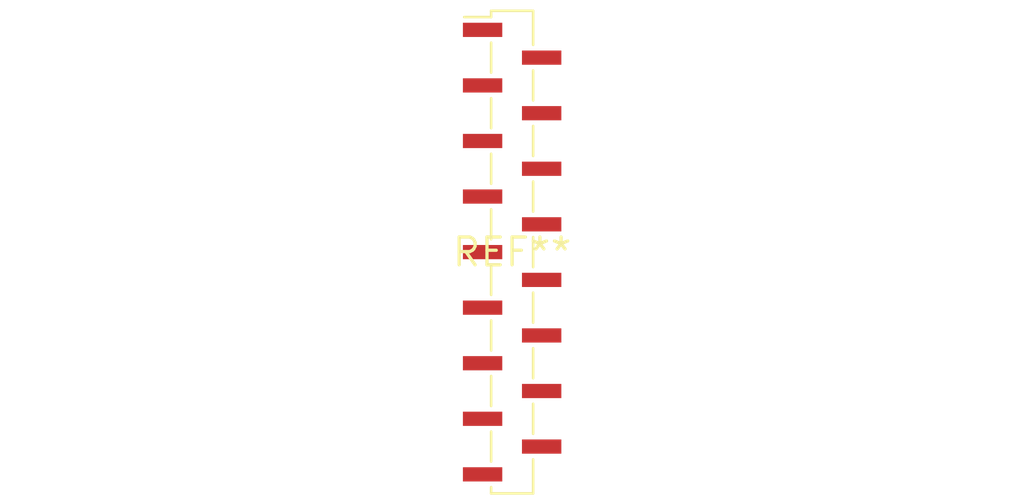
<source format=kicad_pcb>
(kicad_pcb (version 20240108) (generator pcbnew)
  (layers (0 "F.Cu" signal) (31 "B.Cu" signal) (34 "B.Paste" user) (35 "F.Paste" user) (36 "B.SilkS" user "B.Silkscreen") (37 "F.SilkS" user "F.Silkscreen") (38 "B.Mask" user) (39 "F.Mask" user) (44 "Edge.Cuts" user))
  (net 0 "")
  (footprint "PinSocket_1x17_P1.27mm_Vertical_SMD_Pin1Left" (layer "F.Cu") (at 0 0)
    (property "Reference" "REF**")
    (property "Value" "PinSocket_1x17_P1.27mm_Vertical_SMD_Pin1Left")
    (fp_line (start -2.19 -10.745) (end -0.96 -10.745) (layer "F.SilkS") (stroke (width 0.12)))
    (fp_line (start -0.96 -11.03) (end -0.96 -10.745) (layer "F.SilkS") (stroke (width 0.12)))
    (fp_line (start -0.96 -11.03) (end 0.96 -11.03) (layer "F.SilkS") (stroke (width 0.12)))
    (fp_line (start -0.96 -9.575) (end -0.96 -8.205) (layer "F.SilkS") (stroke (width 0.12)))
    (fp_line (start -0.96 -7.035) (end -0.96 -5.665) (layer "F.SilkS") (stroke (width 0.12)))
    (fp_line (start -0.96 -4.495) (end -0.96 -3.125) (layer "F.SilkS") (stroke (width 0.12)))
    (fp_line (start -0.96 -1.955) (end -0.96 -0.585) (layer "F.SilkS") (stroke (width 0.12)))
    (fp_line (start -0.96 0.585) (end -0.96 1.955) (layer "F.SilkS") (stroke (width 0.12)))
    (fp_line (start -0.96 3.125) (end -0.96 4.495) (layer "F.SilkS") (stroke (width 0.12)))
    (fp_line (start -0.96 5.665) (end -0.96 7.035) (layer "F.SilkS") (stroke (width 0.12)))
    (fp_line (start -0.96 8.205) (end -0.96 9.575) (layer "F.SilkS") (stroke (width 0.12)))
    (fp_line (start -0.96 10.745) (end -0.96 11.03) (layer "F.SilkS") (stroke (width 0.12)))
    (fp_line (start -0.96 11.03) (end 0.96 11.03) (layer "F.SilkS") (stroke (width 0.12)))
    (fp_line (start 0.96 -11.03) (end 0.96 -9.475) (layer "F.SilkS") (stroke (width 0.12)))
    (fp_line (start 0.96 -8.305) (end 0.96 -6.935) (layer "F.SilkS") (stroke (width 0.12)))
    (fp_line (start 0.96 -5.765) (end 0.96 -4.395) (layer "F.SilkS") (stroke (width 0.12)))
    (fp_line (start 0.96 -3.225) (end 0.96 -1.855) (layer "F.SilkS") (stroke (width 0.12)))
    (fp_line (start 0.96 -0.685) (end 0.96 0.685) (layer "F.SilkS") (stroke (width 0.12)))
    (fp_line (start 0.96 1.855) (end 0.96 3.225) (layer "F.SilkS") (stroke (width 0.12)))
    (fp_line (start 0.96 4.395) (end 0.96 5.765) (layer "F.SilkS") (stroke (width 0.12)))
    (fp_line (start 0.96 6.935) (end 0.96 8.305) (layer "F.SilkS") (stroke (width 0.12)))
    (fp_line (start 0.96 9.475) (end 0.96 11.03) (layer "F.SilkS") (stroke (width 0.12)))
    (pad "1" smd rect (at -1.35 -10.16) (size 1.8 0.65) (layers "F.Cu" "F.Paste" "F.Mask"))
    (pad "2" smd rect (at 1.35 -8.89) (size 1.8 0.65) (layers "F.Cu" "F.Paste" "F.Mask"))
    (pad "3" smd rect (at -1.35 -7.62) (size 1.8 0.65) (layers "F.Cu" "F.Paste" "F.Mask"))
    (pad "4" smd rect (at 1.35 -6.35) (size 1.8 0.65) (layers "F.Cu" "F.Paste" "F.Mask"))
    (pad "5" smd rect (at -1.35 -5.08) (size 1.8 0.65) (layers "F.Cu" "F.Paste" "F.Mask"))
    (pad "6" smd rect (at 1.35 -3.81) (size 1.8 0.65) (layers "F.Cu" "F.Paste" "F.Mask"))
    (pad "7" smd rect (at -1.35 -2.54) (size 1.8 0.65) (layers "F.Cu" "F.Paste" "F.Mask"))
    (pad "8" smd rect (at 1.35 -1.27) (size 1.8 0.65) (layers "F.Cu" "F.Paste" "F.Mask"))
    (pad "9" smd rect (at -1.35 0) (size 1.8 0.65) (layers "F.Cu" "F.Paste" "F.Mask"))
    (pad "10" smd rect (at 1.35 1.27) (size 1.8 0.65) (layers "F.Cu" "F.Paste" "F.Mask"))
    (pad "11" smd rect (at -1.35 2.54) (size 1.8 0.65) (layers "F.Cu" "F.Paste" "F.Mask"))
    (pad "12" smd rect (at 1.35 3.81) (size 1.8 0.65) (layers "F.Cu" "F.Paste" "F.Mask"))
    (pad "13" smd rect (at -1.35 5.08) (size 1.8 0.65) (layers "F.Cu" "F.Paste" "F.Mask"))
    (pad "14" smd rect (at 1.35 6.35) (size 1.8 0.65) (layers "F.Cu" "F.Paste" "F.Mask"))
    (pad "15" smd rect (at -1.35 7.62) (size 1.8 0.65) (layers "F.Cu" "F.Paste" "F.Mask"))
    (pad "16" smd rect (at 1.35 8.89) (size 1.8 0.65) (layers "F.Cu" "F.Paste" "F.Mask"))
    (pad "17" smd rect (at -1.35 10.16) (size 1.8 0.65) (layers "F.Cu" "F.Paste" "F.Mask"))
  )
)
</source>
